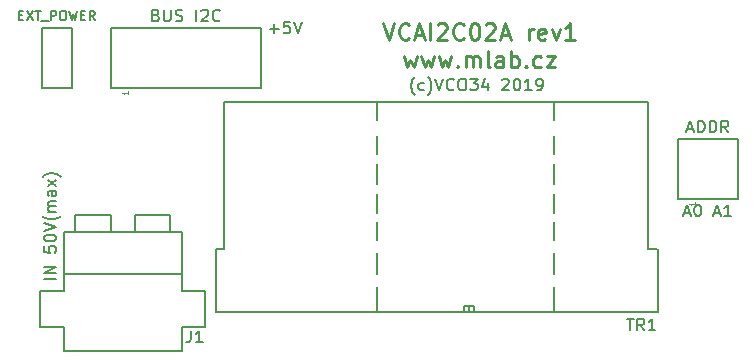
<source format=gbr>
G04 #@! TF.GenerationSoftware,KiCad,Pcbnew,(6.0.0-rc1-dev-205-gc0615c5ef)*
G04 #@! TF.CreationDate,2019-04-08T15:07:32+02:00*
G04 #@! TF.ProjectId,VCAI2C02A,5643414932433032412E6B696361645F,rev?*
G04 #@! TF.SameCoordinates,Original*
G04 #@! TF.FileFunction,Legend,Top*
G04 #@! TF.FilePolarity,Positive*
%FSLAX46Y46*%
G04 Gerber Fmt 4.6, Leading zero omitted, Abs format (unit mm)*
G04 Created by KiCad (PCBNEW (6.0.0-rc1-dev-205-gc0615c5ef)) date 04/08/19 15:07:32*
%MOMM*%
%LPD*%
G01*
G04 APERTURE LIST*
%ADD10C,0.200000*%
%ADD11C,0.150000*%
%ADD12C,0.250000*%
%ADD13C,0.050000*%
G04 APERTURE END LIST*
D10*
X23860285Y2722571D02*
X24622190Y2722571D01*
X24241238Y2341619D02*
X24241238Y3103523D01*
X25574571Y3341619D02*
X25098380Y3341619D01*
X25050761Y2865428D01*
X25098380Y2913047D01*
X25193619Y2960666D01*
X25431714Y2960666D01*
X25526952Y2913047D01*
X25574571Y2865428D01*
X25622190Y2770190D01*
X25622190Y2532095D01*
X25574571Y2436857D01*
X25526952Y2389238D01*
X25431714Y2341619D01*
X25193619Y2341619D01*
X25098380Y2389238D01*
X25050761Y2436857D01*
X25907904Y3341619D02*
X26241238Y2341619D01*
X26574571Y3341619D01*
D11*
X36140095Y-2865333D02*
X36092476Y-2817714D01*
X35997238Y-2674857D01*
X35949619Y-2579619D01*
X35902000Y-2436761D01*
X35854380Y-2198666D01*
X35854380Y-2008190D01*
X35902000Y-1770095D01*
X35949619Y-1627238D01*
X35997238Y-1532000D01*
X36092476Y-1389142D01*
X36140095Y-1341523D01*
X36949619Y-2436761D02*
X36854380Y-2484380D01*
X36663904Y-2484380D01*
X36568666Y-2436761D01*
X36521047Y-2389142D01*
X36473428Y-2293904D01*
X36473428Y-2008190D01*
X36521047Y-1912952D01*
X36568666Y-1865333D01*
X36663904Y-1817714D01*
X36854380Y-1817714D01*
X36949619Y-1865333D01*
X37282952Y-2865333D02*
X37330571Y-2817714D01*
X37425809Y-2674857D01*
X37473428Y-2579619D01*
X37521047Y-2436761D01*
X37568666Y-2198666D01*
X37568666Y-2008190D01*
X37521047Y-1770095D01*
X37473428Y-1627238D01*
X37425809Y-1532000D01*
X37330571Y-1389142D01*
X37282952Y-1341523D01*
X37902000Y-1484380D02*
X38235333Y-2484380D01*
X38568666Y-1484380D01*
X39473428Y-2389142D02*
X39425809Y-2436761D01*
X39282952Y-2484380D01*
X39187714Y-2484380D01*
X39044857Y-2436761D01*
X38949619Y-2341523D01*
X38902000Y-2246285D01*
X38854380Y-2055809D01*
X38854380Y-1912952D01*
X38902000Y-1722476D01*
X38949619Y-1627238D01*
X39044857Y-1532000D01*
X39187714Y-1484380D01*
X39282952Y-1484380D01*
X39425809Y-1532000D01*
X39473428Y-1579619D01*
X40092476Y-1484380D02*
X40282952Y-1484380D01*
X40378190Y-1532000D01*
X40473428Y-1627238D01*
X40521047Y-1817714D01*
X40521047Y-2151047D01*
X40473428Y-2341523D01*
X40378190Y-2436761D01*
X40282952Y-2484380D01*
X40092476Y-2484380D01*
X39997238Y-2436761D01*
X39902000Y-2341523D01*
X39854380Y-2151047D01*
X39854380Y-1817714D01*
X39902000Y-1627238D01*
X39997238Y-1532000D01*
X40092476Y-1484380D01*
X40854380Y-1484380D02*
X41473428Y-1484380D01*
X41140095Y-1865333D01*
X41282952Y-1865333D01*
X41378190Y-1912952D01*
X41425809Y-1960571D01*
X41473428Y-2055809D01*
X41473428Y-2293904D01*
X41425809Y-2389142D01*
X41378190Y-2436761D01*
X41282952Y-2484380D01*
X40997238Y-2484380D01*
X40902000Y-2436761D01*
X40854380Y-2389142D01*
X42330571Y-1817714D02*
X42330571Y-2484380D01*
X42092476Y-1436761D02*
X41854380Y-2151047D01*
X42473428Y-2151047D01*
X43568666Y-1579619D02*
X43616285Y-1532000D01*
X43711523Y-1484380D01*
X43949619Y-1484380D01*
X44044857Y-1532000D01*
X44092476Y-1579619D01*
X44140095Y-1674857D01*
X44140095Y-1770095D01*
X44092476Y-1912952D01*
X43521047Y-2484380D01*
X44140095Y-2484380D01*
X44759142Y-1484380D02*
X44854380Y-1484380D01*
X44949619Y-1532000D01*
X44997238Y-1579619D01*
X45044857Y-1674857D01*
X45092476Y-1865333D01*
X45092476Y-2103428D01*
X45044857Y-2293904D01*
X44997238Y-2389142D01*
X44949619Y-2436761D01*
X44854380Y-2484380D01*
X44759142Y-2484380D01*
X44663904Y-2436761D01*
X44616285Y-2389142D01*
X44568666Y-2293904D01*
X44521047Y-2103428D01*
X44521047Y-1865333D01*
X44568666Y-1674857D01*
X44616285Y-1579619D01*
X44663904Y-1532000D01*
X44759142Y-1484380D01*
X46044857Y-2484380D02*
X45473428Y-2484380D01*
X45759142Y-2484380D02*
X45759142Y-1484380D01*
X45663904Y-1627238D01*
X45568666Y-1722476D01*
X45473428Y-1770095D01*
X46521047Y-2484380D02*
X46711523Y-2484380D01*
X46806761Y-2436761D01*
X46854380Y-2389142D01*
X46949619Y-2246285D01*
X46997238Y-2055809D01*
X46997238Y-1674857D01*
X46949619Y-1579619D01*
X46902000Y-1532000D01*
X46806761Y-1484380D01*
X46616285Y-1484380D01*
X46521047Y-1532000D01*
X46473428Y-1579619D01*
X46425809Y-1674857D01*
X46425809Y-1912952D01*
X46473428Y-2008190D01*
X46521047Y-2055809D01*
X46616285Y-2103428D01*
X46806761Y-2103428D01*
X46902000Y-2055809D01*
X46949619Y-2008190D01*
X46997238Y-1912952D01*
D12*
X33489333Y3211666D02*
X33956000Y1811666D01*
X34422666Y3211666D01*
X35689333Y1945000D02*
X35622666Y1878333D01*
X35422666Y1811666D01*
X35289333Y1811666D01*
X35089333Y1878333D01*
X34956000Y2011666D01*
X34889333Y2145000D01*
X34822666Y2411666D01*
X34822666Y2611666D01*
X34889333Y2878333D01*
X34956000Y3011666D01*
X35089333Y3145000D01*
X35289333Y3211666D01*
X35422666Y3211666D01*
X35622666Y3145000D01*
X35689333Y3078333D01*
X36222666Y2211666D02*
X36889333Y2211666D01*
X36089333Y1811666D02*
X36556000Y3211666D01*
X37022666Y1811666D01*
X37489333Y1811666D02*
X37489333Y3211666D01*
X38089333Y3078333D02*
X38156000Y3145000D01*
X38289333Y3211666D01*
X38622666Y3211666D01*
X38756000Y3145000D01*
X38822666Y3078333D01*
X38889333Y2945000D01*
X38889333Y2811666D01*
X38822666Y2611666D01*
X38022666Y1811666D01*
X38889333Y1811666D01*
X40289333Y1945000D02*
X40222666Y1878333D01*
X40022666Y1811666D01*
X39889333Y1811666D01*
X39689333Y1878333D01*
X39556000Y2011666D01*
X39489333Y2145000D01*
X39422666Y2411666D01*
X39422666Y2611666D01*
X39489333Y2878333D01*
X39556000Y3011666D01*
X39689333Y3145000D01*
X39889333Y3211666D01*
X40022666Y3211666D01*
X40222666Y3145000D01*
X40289333Y3078333D01*
X41156000Y3211666D02*
X41289333Y3211666D01*
X41422666Y3145000D01*
X41489333Y3078333D01*
X41556000Y2945000D01*
X41622666Y2678333D01*
X41622666Y2345000D01*
X41556000Y2078333D01*
X41489333Y1945000D01*
X41422666Y1878333D01*
X41289333Y1811666D01*
X41156000Y1811666D01*
X41022666Y1878333D01*
X40956000Y1945000D01*
X40889333Y2078333D01*
X40822666Y2345000D01*
X40822666Y2678333D01*
X40889333Y2945000D01*
X40956000Y3078333D01*
X41022666Y3145000D01*
X41156000Y3211666D01*
X42156000Y3078333D02*
X42222666Y3145000D01*
X42356000Y3211666D01*
X42689333Y3211666D01*
X42822666Y3145000D01*
X42889333Y3078333D01*
X42956000Y2945000D01*
X42956000Y2811666D01*
X42889333Y2611666D01*
X42089333Y1811666D01*
X42956000Y1811666D01*
X43489333Y2211666D02*
X44156000Y2211666D01*
X43356000Y1811666D02*
X43822666Y3211666D01*
X44289333Y1811666D01*
X45822666Y1811666D02*
X45822666Y2745000D01*
X45822666Y2478333D02*
X45889333Y2611666D01*
X45956000Y2678333D01*
X46089333Y2745000D01*
X46222666Y2745000D01*
X47222666Y1878333D02*
X47089333Y1811666D01*
X46822666Y1811666D01*
X46689333Y1878333D01*
X46622666Y2011666D01*
X46622666Y2545000D01*
X46689333Y2678333D01*
X46822666Y2745000D01*
X47089333Y2745000D01*
X47222666Y2678333D01*
X47289333Y2545000D01*
X47289333Y2411666D01*
X46622666Y2278333D01*
X47756000Y2745000D02*
X48089333Y1811666D01*
X48422666Y2745000D01*
X49689333Y1811666D02*
X48889333Y1811666D01*
X49289333Y1811666D02*
X49289333Y3211666D01*
X49156000Y3011666D01*
X49022666Y2878333D01*
X48889333Y2811666D01*
X35256000Y394999D02*
X35522666Y-538333D01*
X35789333Y128333D01*
X36056000Y-538333D01*
X36322666Y394999D01*
X36722666Y394999D02*
X36989333Y-538333D01*
X37256000Y128333D01*
X37522666Y-538333D01*
X37789333Y394999D01*
X38189333Y394999D02*
X38456000Y-538333D01*
X38722666Y128333D01*
X38989333Y-538333D01*
X39256000Y394999D01*
X39789333Y-405000D02*
X39856000Y-471666D01*
X39789333Y-538333D01*
X39722666Y-471666D01*
X39789333Y-405000D01*
X39789333Y-538333D01*
X40456000Y-538333D02*
X40456000Y394999D01*
X40456000Y261666D02*
X40522666Y328333D01*
X40656000Y394999D01*
X40856000Y394999D01*
X40989333Y328333D01*
X41056000Y195000D01*
X41056000Y-538333D01*
X41056000Y195000D02*
X41122666Y328333D01*
X41256000Y394999D01*
X41456000Y394999D01*
X41589333Y328333D01*
X41656000Y195000D01*
X41656000Y-538333D01*
X42522666Y-538333D02*
X42389333Y-471666D01*
X42322666Y-338333D01*
X42322666Y861666D01*
X43656000Y-538333D02*
X43656000Y195000D01*
X43589333Y328333D01*
X43456000Y394999D01*
X43189333Y394999D01*
X43056000Y328333D01*
X43656000Y-471666D02*
X43522666Y-538333D01*
X43189333Y-538333D01*
X43056000Y-471666D01*
X42989333Y-338333D01*
X42989333Y-205000D01*
X43056000Y-71666D01*
X43189333Y-5000D01*
X43522666Y-5000D01*
X43656000Y61666D01*
X44322666Y-538333D02*
X44322666Y861666D01*
X44322666Y328333D02*
X44456000Y394999D01*
X44722666Y394999D01*
X44856000Y328333D01*
X44922666Y261666D01*
X44989333Y128333D01*
X44989333Y-271666D01*
X44922666Y-405000D01*
X44856000Y-471666D01*
X44722666Y-538333D01*
X44456000Y-538333D01*
X44322666Y-471666D01*
X45589333Y-405000D02*
X45656000Y-471666D01*
X45589333Y-538333D01*
X45522666Y-471666D01*
X45589333Y-405000D01*
X45589333Y-538333D01*
X46856000Y-471666D02*
X46722666Y-538333D01*
X46456000Y-538333D01*
X46322666Y-471666D01*
X46256000Y-405000D01*
X46189333Y-271666D01*
X46189333Y128333D01*
X46256000Y261666D01*
X46322666Y328333D01*
X46456000Y394999D01*
X46722666Y394999D01*
X46856000Y328333D01*
X47322666Y394999D02*
X48056000Y394999D01*
X47322666Y-538333D01*
X48056000Y-538333D01*
D10*
X61515714Y-12866666D02*
X61991904Y-12866666D01*
X61420476Y-13152380D02*
X61753809Y-12152380D01*
X62087142Y-13152380D01*
X62944285Y-13152380D02*
X62372857Y-13152380D01*
X62658571Y-13152380D02*
X62658571Y-12152380D01*
X62563333Y-12295238D01*
X62468095Y-12390476D01*
X62372857Y-12438095D01*
X58975714Y-12866666D02*
X59451904Y-12866666D01*
X58880476Y-13152380D02*
X59213809Y-12152380D01*
X59547142Y-13152380D01*
X60070952Y-12152380D02*
X60166190Y-12152380D01*
X60261428Y-12200000D01*
X60309047Y-12247619D01*
X60356666Y-12342857D01*
X60404285Y-12533333D01*
X60404285Y-12771428D01*
X60356666Y-12961904D01*
X60309047Y-13057142D01*
X60261428Y-13104761D01*
X60166190Y-13152380D01*
X60070952Y-13152380D01*
X59975714Y-13104761D01*
X59928095Y-13057142D01*
X59880476Y-12961904D01*
X59832857Y-12771428D01*
X59832857Y-12533333D01*
X59880476Y-12342857D01*
X59928095Y-12247619D01*
X59975714Y-12200000D01*
X60070952Y-12152380D01*
D11*
G04 #@! TO.C,TR1*
X32940000Y-5022000D02*
X32940000Y-3422000D01*
X32940000Y-21122000D02*
X32940000Y-19122000D01*
X32940000Y-15122000D02*
X32940000Y-13622000D01*
X32940000Y-12822000D02*
X32940000Y-11222000D01*
X32940000Y-18022000D02*
X32940000Y-16222000D01*
X32940000Y-7822000D02*
X32940000Y-6322000D01*
X32940000Y-10422000D02*
X32940000Y-8722000D01*
X47940000Y-5022000D02*
X47940000Y-3422000D01*
X47940000Y-7822000D02*
X47940000Y-6322000D01*
X47940000Y-10422000D02*
X47940000Y-8722000D01*
X47940000Y-12822000D02*
X47940000Y-11222000D01*
X47940000Y-15122000D02*
X47940000Y-13622000D01*
X47940000Y-18022000D02*
X47940000Y-16222000D01*
X47940000Y-21122000D02*
X47940000Y-19122000D01*
X41140000Y-20722000D02*
X41140000Y-21222000D01*
X40340000Y-20722000D02*
X41140000Y-20722000D01*
X40340000Y-21222000D02*
X40340000Y-20722000D01*
X40740000Y-21122000D02*
X40740000Y-20722000D01*
X20040000Y-15922000D02*
X19340000Y-15922000D01*
X20040000Y-3422000D02*
X20040000Y-15922000D01*
X55940000Y-3422000D02*
X20040000Y-3422000D01*
X55940000Y-15922000D02*
X55940000Y-3422000D01*
X56640000Y-15922000D02*
X55940000Y-15922000D01*
X56740000Y-21222000D02*
X56740000Y-15922000D01*
X19340000Y-21222000D02*
X56740000Y-21222000D01*
X19340000Y-15922000D02*
X19340000Y-21222000D01*
G04 #@! TO.C,J1*
X16430000Y-22502000D02*
X18430000Y-22502000D01*
X18430000Y-22502000D02*
X18430000Y-19502000D01*
X18430000Y-19502000D02*
X16430000Y-19502000D01*
X6430000Y-22502000D02*
X4430000Y-22502000D01*
X4430000Y-22502000D02*
X4430000Y-19502000D01*
X4430000Y-19502000D02*
X6430000Y-19502000D01*
X16430000Y-19502000D02*
X16430000Y-14502000D01*
X16430000Y-14502000D02*
X6430000Y-14502000D01*
X6430000Y-14502000D02*
X6430000Y-19502000D01*
X16430000Y-22502000D02*
X16430000Y-24502000D01*
X16430000Y-24502000D02*
X6430000Y-24502000D01*
X6430000Y-24502000D02*
X6430000Y-22502000D01*
X15430000Y-14502000D02*
X15430000Y-13002000D01*
X15430000Y-13002000D02*
X12430000Y-13002000D01*
X12430000Y-13002000D02*
X12430000Y-14502000D01*
X10430000Y-14502000D02*
X10430000Y-13002000D01*
X10430000Y-13002000D02*
X7430000Y-13002000D01*
X7430000Y-13002000D02*
X7430000Y-14502000D01*
X16430000Y-18002000D02*
X6430000Y-18002000D01*
G04 #@! TO.C,J4*
X10414000Y-2286000D02*
X10414000Y2794000D01*
X10414000Y2794000D02*
X23114000Y2794000D01*
X23114000Y2794000D02*
X23114000Y-2286000D01*
X23114000Y-2286000D02*
X10414000Y-2286000D01*
G04 #@! TO.C,J5*
X4572000Y-2286000D02*
X4572000Y2794000D01*
X4572000Y2794000D02*
X7112000Y2794000D01*
X7112000Y2794000D02*
X7112000Y-2286000D01*
X7112000Y-2286000D02*
X4572000Y-2286000D01*
G04 #@! TO.C,J6*
X58420000Y-11684000D02*
X58420000Y-6604000D01*
X58420000Y-6604000D02*
X63500000Y-6604000D01*
X63500000Y-6604000D02*
X63500000Y-11684000D01*
X63500000Y-11684000D02*
X58420000Y-11684000D01*
G04 #@! TO.C,TR1*
X54110095Y-21804380D02*
X54681523Y-21804380D01*
X54395809Y-22804380D02*
X54395809Y-21804380D01*
X55586285Y-22804380D02*
X55252952Y-22328190D01*
X55014857Y-22804380D02*
X55014857Y-21804380D01*
X55395809Y-21804380D01*
X55491047Y-21852000D01*
X55538666Y-21899619D01*
X55586285Y-21994857D01*
X55586285Y-22137714D01*
X55538666Y-22232952D01*
X55491047Y-22280571D01*
X55395809Y-22328190D01*
X55014857Y-22328190D01*
X56538666Y-22804380D02*
X55967238Y-22804380D01*
X56252952Y-22804380D02*
X56252952Y-21804380D01*
X56157714Y-21947238D01*
X56062476Y-22042476D01*
X55967238Y-22090095D01*
G04 #@! TO.C,J1*
X17192666Y-22820380D02*
X17192666Y-23534666D01*
X17145047Y-23677523D01*
X17049809Y-23772761D01*
X16906952Y-23820380D01*
X16811714Y-23820380D01*
X18192666Y-23820380D02*
X17621238Y-23820380D01*
X17906952Y-23820380D02*
X17906952Y-22820380D01*
X17811714Y-22963238D01*
X17716476Y-23058476D01*
X17621238Y-23106095D01*
X5786380Y-18446190D02*
X4786380Y-18446190D01*
X5786380Y-17970000D02*
X4786380Y-17970000D01*
X5786380Y-17398571D01*
X4786380Y-17398571D01*
X4786380Y-15684285D02*
X4786380Y-16160476D01*
X5262571Y-16208095D01*
X5214952Y-16160476D01*
X5167333Y-16065238D01*
X5167333Y-15827142D01*
X5214952Y-15731904D01*
X5262571Y-15684285D01*
X5357809Y-15636666D01*
X5595904Y-15636666D01*
X5691142Y-15684285D01*
X5738761Y-15731904D01*
X5786380Y-15827142D01*
X5786380Y-16065238D01*
X5738761Y-16160476D01*
X5691142Y-16208095D01*
X4786380Y-15017619D02*
X4786380Y-14922380D01*
X4834000Y-14827142D01*
X4881619Y-14779523D01*
X4976857Y-14731904D01*
X5167333Y-14684285D01*
X5405428Y-14684285D01*
X5595904Y-14731904D01*
X5691142Y-14779523D01*
X5738761Y-14827142D01*
X5786380Y-14922380D01*
X5786380Y-15017619D01*
X5738761Y-15112857D01*
X5691142Y-15160476D01*
X5595904Y-15208095D01*
X5405428Y-15255714D01*
X5167333Y-15255714D01*
X4976857Y-15208095D01*
X4881619Y-15160476D01*
X4834000Y-15112857D01*
X4786380Y-15017619D01*
X4786380Y-14398571D02*
X5786380Y-14065238D01*
X4786380Y-13731904D01*
X6167333Y-13112857D02*
X6119714Y-13160476D01*
X5976857Y-13255714D01*
X5881619Y-13303333D01*
X5738761Y-13350952D01*
X5500666Y-13398571D01*
X5310190Y-13398571D01*
X5072095Y-13350952D01*
X4929238Y-13303333D01*
X4834000Y-13255714D01*
X4691142Y-13160476D01*
X4643523Y-13112857D01*
X5786380Y-12731904D02*
X5119714Y-12731904D01*
X5214952Y-12731904D02*
X5167333Y-12684285D01*
X5119714Y-12589047D01*
X5119714Y-12446190D01*
X5167333Y-12350952D01*
X5262571Y-12303333D01*
X5786380Y-12303333D01*
X5262571Y-12303333D02*
X5167333Y-12255714D01*
X5119714Y-12160476D01*
X5119714Y-12017619D01*
X5167333Y-11922380D01*
X5262571Y-11874761D01*
X5786380Y-11874761D01*
X5786380Y-10970000D02*
X5262571Y-10970000D01*
X5167333Y-11017619D01*
X5119714Y-11112857D01*
X5119714Y-11303333D01*
X5167333Y-11398571D01*
X5738761Y-10970000D02*
X5786380Y-11065238D01*
X5786380Y-11303333D01*
X5738761Y-11398571D01*
X5643523Y-11446190D01*
X5548285Y-11446190D01*
X5453047Y-11398571D01*
X5405428Y-11303333D01*
X5405428Y-11065238D01*
X5357809Y-10970000D01*
X5786380Y-10589047D02*
X5119714Y-10065238D01*
X5119714Y-10589047D02*
X5786380Y-10065238D01*
X6167333Y-9779523D02*
X6119714Y-9731904D01*
X5976857Y-9636666D01*
X5881619Y-9589047D01*
X5738761Y-9541428D01*
X5500666Y-9493809D01*
X5310190Y-9493809D01*
X5072095Y-9541428D01*
X4929238Y-9589047D01*
X4834000Y-9636666D01*
X4691142Y-9731904D01*
X4643523Y-9779523D01*
G04 #@! TO.C,J4*
D10*
X14240190Y3881428D02*
X14383047Y3833809D01*
X14430666Y3786190D01*
X14478285Y3690952D01*
X14478285Y3548095D01*
X14430666Y3452857D01*
X14383047Y3405238D01*
X14287809Y3357619D01*
X13906857Y3357619D01*
X13906857Y4357619D01*
X14240190Y4357619D01*
X14335428Y4310000D01*
X14383047Y4262380D01*
X14430666Y4167142D01*
X14430666Y4071904D01*
X14383047Y3976666D01*
X14335428Y3929047D01*
X14240190Y3881428D01*
X13906857Y3881428D01*
X14906857Y4357619D02*
X14906857Y3548095D01*
X14954476Y3452857D01*
X15002095Y3405238D01*
X15097333Y3357619D01*
X15287809Y3357619D01*
X15383047Y3405238D01*
X15430666Y3452857D01*
X15478285Y3548095D01*
X15478285Y4357619D01*
X15906857Y3405238D02*
X16049714Y3357619D01*
X16287809Y3357619D01*
X16383047Y3405238D01*
X16430666Y3452857D01*
X16478285Y3548095D01*
X16478285Y3643333D01*
X16430666Y3738571D01*
X16383047Y3786190D01*
X16287809Y3833809D01*
X16097333Y3881428D01*
X16002095Y3929047D01*
X15954476Y3976666D01*
X15906857Y4071904D01*
X15906857Y4167142D01*
X15954476Y4262380D01*
X16002095Y4310000D01*
X16097333Y4357619D01*
X16335428Y4357619D01*
X16478285Y4310000D01*
X17668761Y3357619D02*
X17668761Y4357619D01*
X18097333Y4262380D02*
X18144952Y4310000D01*
X18240190Y4357619D01*
X18478285Y4357619D01*
X18573523Y4310000D01*
X18621142Y4262380D01*
X18668761Y4167142D01*
X18668761Y4071904D01*
X18621142Y3929047D01*
X18049714Y3357619D01*
X18668761Y3357619D01*
X19668761Y3452857D02*
X19621142Y3405238D01*
X19478285Y3357619D01*
X19383047Y3357619D01*
X19240190Y3405238D01*
X19144952Y3500476D01*
X19097333Y3595714D01*
X19049714Y3786190D01*
X19049714Y3929047D01*
X19097333Y4119523D01*
X19144952Y4214761D01*
X19240190Y4310000D01*
X19383047Y4357619D01*
X19478285Y4357619D01*
X19621142Y4310000D01*
X19668761Y4262380D01*
D13*
X11910190Y-2524142D02*
X11910190Y-2809857D01*
X11910190Y-2667000D02*
X11410190Y-2667000D01*
X11481619Y-2714619D01*
X11529238Y-2762238D01*
X11553047Y-2809857D01*
G04 #@! TO.C,J5*
D11*
X2642000Y3867142D02*
X2908666Y3867142D01*
X3022952Y3448095D02*
X2642000Y3448095D01*
X2642000Y4248095D01*
X3022952Y4248095D01*
X3289619Y4248095D02*
X3822952Y3448095D01*
X3822952Y4248095D02*
X3289619Y3448095D01*
X4013428Y4248095D02*
X4470571Y4248095D01*
X4242000Y3448095D02*
X4242000Y4248095D01*
X4546761Y3371904D02*
X5156285Y3371904D01*
X5346761Y3448095D02*
X5346761Y4248095D01*
X5651523Y4248095D01*
X5727714Y4210000D01*
X5765809Y4171904D01*
X5803904Y4095714D01*
X5803904Y3981428D01*
X5765809Y3905238D01*
X5727714Y3867142D01*
X5651523Y3829047D01*
X5346761Y3829047D01*
X6299142Y4248095D02*
X6451523Y4248095D01*
X6527714Y4210000D01*
X6603904Y4133809D01*
X6642000Y3981428D01*
X6642000Y3714761D01*
X6603904Y3562380D01*
X6527714Y3486190D01*
X6451523Y3448095D01*
X6299142Y3448095D01*
X6222952Y3486190D01*
X6146761Y3562380D01*
X6108666Y3714761D01*
X6108666Y3981428D01*
X6146761Y4133809D01*
X6222952Y4210000D01*
X6299142Y4248095D01*
X6908666Y4248095D02*
X7099142Y3448095D01*
X7251523Y4019523D01*
X7403904Y3448095D01*
X7594380Y4248095D01*
X7899142Y3867142D02*
X8165809Y3867142D01*
X8280095Y3448095D02*
X7899142Y3448095D01*
X7899142Y4248095D01*
X8280095Y4248095D01*
X9080095Y3448095D02*
X8813428Y3829047D01*
X8622952Y3448095D02*
X8622952Y4248095D01*
X8927714Y4248095D01*
X9003904Y4210000D01*
X9042000Y4171904D01*
X9080095Y4095714D01*
X9080095Y3981428D01*
X9042000Y3905238D01*
X9003904Y3867142D01*
X8927714Y3829047D01*
X8622952Y3829047D01*
G04 #@! TO.C,J6*
D10*
X59221904Y-5754666D02*
X59698095Y-5754666D01*
X59126666Y-6040380D02*
X59460000Y-5040380D01*
X59793333Y-6040380D01*
X60126666Y-6040380D02*
X60126666Y-5040380D01*
X60364761Y-5040380D01*
X60507619Y-5088000D01*
X60602857Y-5183238D01*
X60650476Y-5278476D01*
X60698095Y-5468952D01*
X60698095Y-5611809D01*
X60650476Y-5802285D01*
X60602857Y-5897523D01*
X60507619Y-5992761D01*
X60364761Y-6040380D01*
X60126666Y-6040380D01*
X61126666Y-6040380D02*
X61126666Y-5040380D01*
X61364761Y-5040380D01*
X61507619Y-5088000D01*
X61602857Y-5183238D01*
X61650476Y-5278476D01*
X61698095Y-5468952D01*
X61698095Y-5611809D01*
X61650476Y-5802285D01*
X61602857Y-5897523D01*
X61507619Y-5992761D01*
X61364761Y-6040380D01*
X61126666Y-6040380D01*
X62698095Y-6040380D02*
X62364761Y-5564190D01*
X62126666Y-6040380D02*
X62126666Y-5040380D01*
X62507619Y-5040380D01*
X62602857Y-5088000D01*
X62650476Y-5135619D01*
X62698095Y-5230857D01*
X62698095Y-5373714D01*
X62650476Y-5468952D01*
X62602857Y-5516571D01*
X62507619Y-5564190D01*
X62126666Y-5564190D01*
D13*
X59916190Y-11922142D02*
X59916190Y-12207857D01*
X59916190Y-12065000D02*
X59416190Y-12065000D01*
X59487619Y-12112619D01*
X59535238Y-12160238D01*
X59559047Y-12207857D01*
G04 #@! TD*
M02*

</source>
